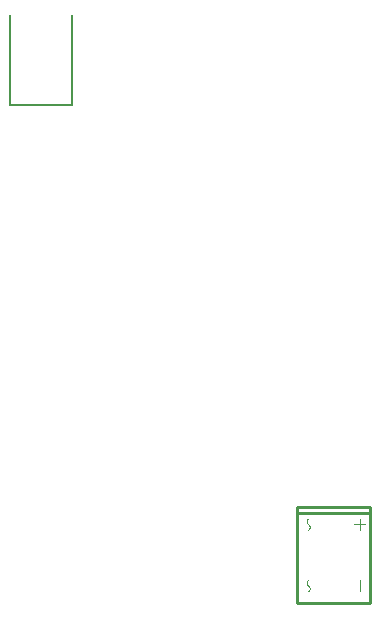
<source format=gbo>
G75*
G70*
%OFA0B0*%
%FSLAX24Y24*%
%IPPOS*%
%LPD*%
%AMOC8*
5,1,8,0,0,1.08239X$1,22.5*
%
%ADD10C,0.0080*%
%ADD11C,0.0100*%
%ADD12C,0.0040*%
D10*
X016113Y018592D02*
X016113Y021584D01*
X018161Y021584D02*
X018161Y018592D01*
X016113Y018592D01*
D11*
X025678Y002003D02*
X028119Y002003D01*
X028119Y004995D01*
X025678Y004995D01*
X025678Y005192D02*
X028119Y005192D01*
X028119Y004995D01*
X025678Y005192D02*
X025678Y002003D01*
D12*
X026042Y002387D02*
X026058Y002399D01*
X026072Y002414D01*
X026082Y002431D01*
X026090Y002450D01*
X026094Y002470D01*
X026094Y002490D01*
X026090Y002510D01*
X026082Y002529D01*
X026072Y002546D01*
X026058Y002561D01*
X026042Y002573D01*
X026043Y002574D02*
X026027Y002586D01*
X026013Y002601D01*
X026003Y002618D01*
X025995Y002637D01*
X025991Y002657D01*
X025991Y002677D01*
X025995Y002697D01*
X026003Y002716D01*
X026013Y002733D01*
X026027Y002748D01*
X026043Y002760D01*
X027755Y002761D02*
X027755Y002387D01*
X027755Y004434D02*
X027755Y004808D01*
X027942Y004621D02*
X027568Y004621D01*
X026043Y004622D02*
X026027Y004634D01*
X026013Y004649D01*
X026003Y004666D01*
X025995Y004685D01*
X025991Y004705D01*
X025991Y004725D01*
X025995Y004745D01*
X026003Y004764D01*
X026013Y004781D01*
X026027Y004796D01*
X026043Y004808D01*
X026042Y004621D02*
X026058Y004609D01*
X026072Y004594D01*
X026082Y004577D01*
X026090Y004558D01*
X026094Y004538D01*
X026094Y004518D01*
X026090Y004498D01*
X026082Y004479D01*
X026072Y004462D01*
X026058Y004447D01*
X026042Y004435D01*
M02*

</source>
